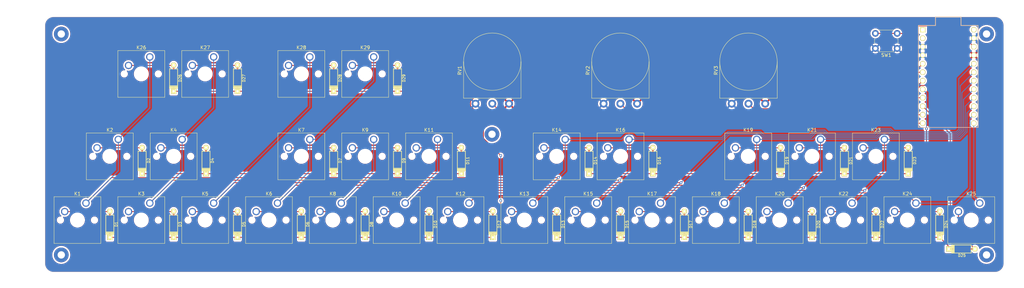
<source format=kicad_pcb>
(kicad_pcb (version 20221018) (generator pcbnew)
  (layers (0 "F.Cu" signal) (31 "B.Cu" signal) (34 "B.Paste" user) (35 "F.Paste" user) (36 "B.SilkS" user "B.Silkscreen") (37 "F.SilkS" user "F.Silkscreen") (38 "B.Mask" user) (39 "F.Mask" user) (44 "Edge.Cuts" user))
  (net 0 "")
  (net 1 "Net-(D1-Pad2)")
  (net 2 "Row2")
  (net 3 "Net-(D2-Pad2)")
  (net 4 "Row1")
  (net 5 "Net-(D3-Pad2)")
  (net 6 "Net-(D4-Pad2)")
  (net 7 "Net-(D5-Pad2)")
  (net 8 "Net-(D6-Pad2)")
  (net 9 "Net-(D7-Pad2)")
  (net 10 "Net-(D8-Pad2)")
  (net 11 "Net-(D9-Pad2)")
  (net 12 "Net-(D10-Pad2)")
  (net 13 "Net-(D11-Pad2)")
  (net 14 "Net-(D12-Pad2)")
  (net 15 "Net-(D13-Pad2)")
  (net 16 "Row4")
  (net 17 "Net-(D14-Pad2)")
  (net 18 "Row3")
  (net 19 "Net-(D15-Pad2)")
  (net 20 "Net-(D16-Pad2)")
  (net 21 "Net-(D17-Pad2)")
  (net 22 "Net-(D18-Pad2)")
  (net 23 "Net-(D19-Pad2)")
  (net 24 "Net-(D20-Pad2)")
  (net 25 "Net-(D21-Pad2)")
  (net 26 "Net-(D22-Pad2)")
  (net 27 "Net-(D23-Pad2)")
  (net 28 "Net-(D24-Pad2)")
  (net 29 "Net-(D25-Pad2)")
  (net 30 "Net-(D26-Pad2)")
  (net 31 "Net-(D27-Pad2)")
  (net 32 "Col1")
  (net 33 "Col2")
  (net 34 "Col3")
  (net 35 "Col4")
  (net 36 "Col5")
  (net 37 "Col6")
  (net 38 "Col7")
  (net 39 "Col8")
  (net 40 "RESET")
  (net 41 "VCC")
  (net 42 "Pot1")
  (net 43 "GND")
  (net 44 "Pot2")
  (net 45 "ModRow")
  (net 46 "Pot3")
  (net 47 "Net-(D28-Pad2)")
  (net 48 "Net-(D29-Pad2)")
  (footprint "keyboard_parts:D_SOD123_axial" (layer "F.Cu") (at 176.022 134.366 90)
    (fp_text reference "D13")
    (fp_text value "D" hide)
  )
  (footprint "Button_Switch_Keyboard:SW_Cherry_MX_1.00u_PCB" (layer "F.Cu") (at 187.96 128.016)
    (fp_text reference "K15")
    (fp_text value "KEYSW")
  )
  (footprint "Potentiometer_THT:Potentiometer_Omeg_PC16BU_Vertical" (layer "F.Cu") (at 161.798 98.298 90)
    (fp_text reference "RV1")
    (fp_text value "R_POT")
  )
  (footprint "Potentiometer_THT:Potentiometer_Omeg_PC16BU_Vertical" (layer "F.Cu") (at 200.025 98.298 90)
    (fp_text reference "RV2")
    (fp_text value "R_POT")
  )
  (footprint "promicro:ProMicro" (layer "F.Cu") (at 292.862 90.17 -90)
    (fp_text reference "U1" hide)
    (fp_text value "ProMicro")
  )
  (footprint "Button_Switch_THT:SW_PUSH_6mm" (layer "F.Cu") (at 277.622 81.788 180)
    (fp_text reference "SW1")
    (fp_text value "SW_PUSH")
  )
  (footprint "MountingHole:MountingHole_2.2mm_M2_Pad" (layer "F.Cu") (at 28.194 77.47)
    (fp_text reference "H1" hide)
    (fp_text value "MountingHole")
  )
  (footprint "MountingHole:MountingHole_2.2mm_M2_Pad" (layer "F.Cu") (at 304.292 77.47)
    (fp_text reference "H2" hide)
    (fp_text value "MountingHole")
  )
  (footprint "MountingHole:MountingHole_2.2mm_M2_Pad" (layer "F.Cu") (at 28.194 143.51)
    (fp_text reference "H3" hide)
    (fp_text value "MountingHole")
  )
  (footprint "MountingHole:MountingHole_2.2mm_M2_Pad" (layer "F.Cu") (at 304.292 143.51)
    (fp_text reference "H4" hide)
    (fp_text value "MountingHole")
  )
  (footprint "MountingHole:MountingHole_2.2mm_M2_Pad" (layer "F.Cu") (at 156.718 107.442)
    (fp_text reference "H5" hide)
    (fp_text value "MountingHole")
  )
  (footprint "keyboard_parts:D_SOD123_axial" (layer "F.Cu") (at 52.324 115.316 90)
    (fp_text reference "D2")
    (fp_text value "D" hide)
  )
  (footprint "keyboard_parts:D_SOD123_axial" (layer "F.Cu") (at 42.672 134.366 90)
    (fp_text reference "D1")
    (fp_text value "D" hide)
  )
  (footprint "keyboard_parts:D_SOD123_axial" (layer "F.Cu") (at 61.722 134.366 90)
    (fp_text reference "D3")
    (fp_text value "D" hide)
  )
  (footprint "Button_Switch_Keyboard:SW_Cherry_MX_1.00u_PCB" (layer "F.Cu") (at 140.462 108.966)
    (fp_text reference "K11")
    (fp_text value "KEYSW")
  )
  (footprint "Button_Switch_Keyboard:SW_Cherry_MX_1.00u_PCB" (layer "F.Cu") (at 121.412 108.966)
    (fp_text reference "K9")
    (fp_text value "KEYSW")
  )
  (footprint "Button_Switch_Keyboard:SW_Cherry_MX_1.00u_PCB" (layer "F.Cu") (at 35.56 128.016)
    (fp_text reference "K1")
    (fp_text value "KEYSW")
  )
  (footprint "Button_Switch_Keyboard:SW_Cherry_MX_1.00u_PCB" (layer "F.Cu") (at 45.212 108.966)
    (fp_text reference "K2")
    (fp_text value "KEYSW")
  )
  (footprint "Button_Switch_Keyboard:SW_Cherry_MX_1.00u_PCB" (layer "F.Cu") (at 92.71 128.016)
    (fp_text reference "K6")
    (fp_text value "KEYSW")
  )
  (footprint "Button_Switch_Keyboard:SW_Cherry_MX_1.00u_PCB" (layer "F.Cu") (at 111.76 128.016)
    (fp_text reference "K8")
    (fp_text value "KEYSW")
  )
  (footprint "keyboard_parts:D_SOD123_axial" (layer "F.Cu") (at 271.272 134.366 90)
    (fp_text reference "D22")
    (fp_text value "D" hide)
  )
  (footprint "Button_Switch_Keyboard:SW_Cherry_MX_1.00u_PCB" (layer "F.Cu") (at 130.81 128.016)
    (fp_text reference "K10")
    (fp_text value "KEYSW")
  )
  (footprint "keyboard_parts:D_SOD123_axial" (layer "F.Cu") (at 280.924 115.316 90)
    (fp_text reference "D23")
    (fp_text value "D" hide)
  )
  (footprint "keyboard_parts:D_SOD123_axial" (layer "F.Cu") (at 290.322 134.366 90)
    (fp_text reference "D24")
    (fp_text value "D" hide)
  )
  (footprint "keyboard_parts:D_SOD123_axial" (layer "F.Cu") (at 80.772 90.678 90)
    (fp_text reference "D27")
    (fp_text value "D" hide)
  )
  (footprint "Button_Switch_Keyboard:SW_Cherry_MX_1.00u_PCB" (layer "F.Cu") (at 73.66 128.016)
    (fp_text reference "K5")
    (fp_text value "KEYSW")
  )
  (footprint "Button_Switch_Keyboard:SW_Cherry_MX_1.00u_PCB" (layer "F.Cu") (at 54.61 128.016)
    (fp_text reference "K3")
    (fp_text value "KEYSW")
  )
  (footprint "Button_Switch_Keyboard:SW_Cherry_MX_1.00u_PCB" (layer "F.Cu") (at 64.262 108.966)
    (fp_text reference "K4")
    (fp_text value "KEYSW")
  )
  (footprint "Button_Switch_Keyboard:SW_Cherry_MX_1.00u_PCB" (layer "F.Cu") (at 102.362 108.966)
    (fp_text reference "K7")
    (fp_text value "KEYSW")
  )
  (footprint "Button_Switch_Keyboard:SW_Cherry_MX_1.00u_PCB" (layer "F.Cu") (at 149.86 128.016)
    (fp_text reference "K12")
    (fp_text value "KEYSW")
  )
  (footprint "keyboard_parts:D_SOD123_axial" (layer "F.Cu") (at 296.926 141.732)
    (fp_text reference "D25")
    (fp_text value "D" hide)
  )
  (footprint "keyboard_parts:D_SOD123_axial" (layer "F.Cu") (at 61.722 90.678 90)
    (fp_text reference "D26")
    (fp_text value "D" hide)
  )
  (footprint "keyboard_parts:D_SOD123_axial" (layer "F.Cu") (at 99.822 134.366 90)
    (fp_text reference "D6")
    (fp_text value "D" hide)
  )
  (footprint "keyboard_parts:D_SOD123_axial" (layer "F.Cu") (at 118.872 134.366 90)
    (fp_text reference "D8")
    (fp_text value "D" hide)
  )
  (footprint "keyboard_parts:D_SOD123_axial" (layer "F.Cu") (at 233.172 134.366 90)
    (fp_text reference "D18")
    (fp_text value "D" hide)
  )
  (footprint "keyboard_parts:D_SOD123_axial" (layer "F.Cu") (at 71.374 115.316 90)
    (fp_text reference "D4")
    (fp_text value "D" hide)
  )
  (footprint "keyboard_parts:D_SOD123_axial" (layer "F.Cu") (at 80.772 134.366 90)
    (fp_text reference "D5")
    (fp_text value "D" hide)
  )
  (footprint "keyboard_parts:D_SOD123_axial" (layer "F.Cu") (at 242.824 115.316 90)
    (fp_text reference "D19")
    (fp_text value "D" hide)
  )
  (footprint "keyboard_parts:D_SOD123_axial" (layer "F.Cu") (at 147.574 115.316 90)
    (fp_text reference "D11")
    (fp_text value "D" hide)
  )
  (footprint "keyboard_parts:D_SOD123_axial" (layer "F.Cu") (at 156.972 134.366 90)
    (fp_text reference "D12")
    (fp_text value "D" hide)
  )
  (footprint "keyboard_parts:D_SOD123_axial" (layer "F.Cu") (at 195.072 134.366 90)
    (fp_text reference "D15")
    (fp_text value "D" hide)
  )
  (footprint "keyboard_parts:D_SOD123_axial" (layer "F.Cu") (at 109.474 115.316 90)
    (fp_text reference "D7")
    (fp_text value "D" hide)
  )
  (footprint "keyboard_parts:D_SOD123_axial" (layer "F.Cu") (at 128.524 115.316 90)
    (fp_text reference "D9")
    (fp_text value "D" hide)
  )
  (footprint "keyboard_parts:D_SOD123_axial" (layer "F.Cu") (at 137.922 134.366 90)
    (fp_text reference "D10")
    (fp_text value "D" hide)
  )
  (footprint "keyboard_parts:D_SOD123_axial" (layer "F.Cu") (at 214.122 134.366 90)
    (fp_text reference "D17")
    (fp_text value "D" hide)
  )
  (footprint "keyboard_parts:D_SOD123_axial" (layer "F.Cu") (at 252.222 134.366 90)
    (fp_text reference "D20")
    (fp_text value "D" hide)
  )
  (footprint "keyboard_parts:D_SOD123_axial" (layer "F.Cu") (at 185.674 115.316 90)
    (fp_text reference "D14")
    (fp_text value "D" hide)
  )
  (footprint "keyboard_parts:D_SOD123_axial" (layer "F.Cu") (at 261.874 115.316 90)
    (fp_text reference "D21")
    (fp_text value "D" hide)
  )
  (footprint "keyboard_parts:D_SOD123_axial" (layer "F.Cu") (at 204.724 115.316 90)
    (fp_text reference "D16")
    (fp_text value "D" hide)
  )
  (footprint "Button_Switch_Keyboard:SW_Cherry_MX_1.00u_PCB" (layer "F.Cu") (at 197.612 108.966)
    (fp_text reference "K16")
    (fp_text value "KEYSW")
  )
  (footprint "Button_Switch_Keyboard:SW_Cherry_MX_1.00u_PCB" (layer "F.Cu") (at 207.01 128.016)
    (fp_text reference "K17")
    (fp_text value "KEYSW")
  )
  (footprint "Button_Switch_Keyboard:SW_Cherry_MX_1.00u_PCB" (layer "F.Cu") (at 73.66 84.328)
    (fp_text reference "K27")
    (fp_text value "KEYSW")
  )
  (footprint "Button_Switch_Keyboard:SW_Cherry_MX_1.00u_PCB" (layer "F.Cu") (at 273.812 108.966)
    (fp_text reference "K23")
    (fp_text value "KEYSW")
  )
  (footprint "Button_Switch_Keyboard:SW_Cherry_MX_1.00u_PCB" (layer "F.Cu") (at 226.06 128.016)
    (fp_text reference "K18")
    (fp_text value "KEYSW")
  )
  (footprint "Button_Switch_Keyboard:SW_Cherry_MX_1.00u_PCB" (layer "F.Cu") (at 235.712 108.966)
    (fp_text reference "K19")
    (fp_text value "KEYSW")
  )
  (footprint "Button_Switch_Keyboard:SW_Cherry_MX_1.00u_PCB" (layer "F.Cu") (at 264.16 128.016)
    (fp_text reference "K22")
    (fp_text value "KEYSW")
  )
  (footprint "Button_Switch_Keyboard:SW_Cherry_MX_1.00u_PCB" (layer "F.Cu") (at 283.21 128.016)
    (fp_text reference "K24")
    (fp_text value "KEYSW")
  )
  (footprint "Button_Switch_Keyboard:SW_Cherry_MX_1.00u_PCB" (layer "F.Cu") (at 245.11 128.016)
    (fp_text reference "K20")
    (fp_text value "KEYSW")
  )
  (footprint "Button_Switch_Keyboard:SW_Cherry_MX_1.00u_PCB" (layer "F.Cu") (at 302.26 128.016)
    (fp_text reference "K25")
    (fp_text value "KEYSW")
  )
  (footprint "Button_Switch_Keyboard:SW_Cherry_MX_1.00u_PCB" (layer "F.Cu") (at 54.61 84.328)
    (fp_text reference "K26")
    (fp_text value "KEYSW")
  )
  (footprint "Button_Switch_Keyboard:SW_Cherry_MX_1.00u_PCB" (layer "F.Cu") (at 254.762 108.966)
    (fp_text reference "K21")
    (fp_text value "KEYSW")
  )
  (footprint "Button_Switch_Keyboard:SW_Cherry_MX_1.00u_PCB" (layer "F.Cu") (at 168.91 128.016)
    (fp_text reference "K13")
    (fp_text value "KEYSW")
  )
  (footprint "Button_Switch_Keyboard:SW_Cherry_MX_1.00u_PCB" (layer "F.Cu") (at 178.562 108.966)
    (fp_text reference "K14")
    (fp_text value "KEYSW")
  )
  (footprint "Potentiometer_THT:Potentiometer_Omeg_PC16BU_Vertical" (layer "F.Cu") (at 238.252 98.298 90)
    (fp_text reference "RV3")
    (fp_text value "R_POT")
  )
  (footprint "keyboard_parts:D_SOD123_axial" (layer "F.Cu") (at 109.474 90.678 90)
    (fp_text reference "D28")
    (fp_text value "D" hide)
  )
  (footprint "keyboard_parts:D_SOD123_axial" (layer "F.Cu") (at 128.524 90.678 90)
    (fp_text reference "D29")
    (fp_text value "D" hide)
  )
  (footprint "Button_Switch_Keyboard:SW_Cherry_MX_1.00u_PCB" (layer "F.Cu") (at 102.362 84.328)
    (fp_text reference "K28")
    (fp_text value "KEYSW")
  )
  (footprint "Button_Switch_Keyboard:SW_Cherry_MX_1.00u_PCB" (layer "F.Cu") (at 121.412 84.328)
    (fp_text reference "K29")
    (fp_text value "KEYSW")
  )
  (gr_line (start 306.832 72.39) (end 25.908 72.39) (stroke (width 0.05)) (layer "Edge.Cuts"))
  (gr_line (start 23.368 74.93) (end 23.368 146.05) (stroke (width 0.05)) (layer "Edge.Cuts"))
  (gr_line (start 309.372 146.05) (end 309.372 74.93) (stroke (width 0.05)) (layer "Edge.Cuts"))
  (gr_arc (start 25.908 148.59) (mid 24.111949 147.846051) (end 23.368 146.05) (stroke (width 0.05)) (layer "Edge.Cuts"))
  (gr_arc (start 306.832 72.39) (mid 308.628051 73.133949) (end 309.372 74.93) (stroke (width 0.05)) (layer "Edge.Cuts"))
  (gr_line (start 25.908 148.59) (end 306.832 148.59) (stroke (width 0.05)) (layer "Edge.Cuts"))
  (gr_arc (start 309.372 146.05) (mid 308.628051 147.846051) (end 306.832 148.59) (stroke (width 0.05)) (layer "Edge.Cuts"))
  (gr_arc (start 23.368 74.93) (mid 24.111949 73.133949) (end 25.908 72.39) (stroke (width 0.05)) (layer "Edge.Cuts"))
  (segment (start 42.582 130.556) (end 42.672 130.466) (width 0.25) (layer "F.Cu") (net 1))
  (segment (start 29.21 130.556) (end 42.582 130.556) (width 0.25) (layer "F.Cu") (net 1))
  (segment (start 159.330998 113.792) (end 159.330998 113.792) (width 0.25) (layer "F.Cu") (net 2))
  (segment (start 281.20398 95.47802) (end 152.405378 95.47802) (width 0.25) (layer "F.Cu") (net 2))
  (segment (start 154.178 102.87) (end 154.178 108.639002) (width 0.25) (layer "F.Cu") (net 2))
  (segment (start 150.302999 97.580399) (end 150.302999 98.994999) (width 0.25) (layer "F.Cu") (net 2))
  (segment (start 42.672 138.266) (end 156.972 138.266) (width 0.25) (layer "F.Cu") (net 2))
  (segment (start 152.405378 95.47802) (end 150.302999 97.580399) (width 0.25) (layer "F.Cu") (net 2))
  (segment (start 150.302999 98.994999) (end 154.178 102.87) (width 0.25) (layer "F.Cu") (net 2))
  (segment (start 285.242 91.44) (end 281.20398 95.47802) (width 0.25) (layer "F.Cu") (net 2))
  (segment (start 159.330998 127.326998) (end 159.330998 135.907002) (width 0.25) (layer "F.Cu") (net 2))
  (segment (start 159.330998 135.907002) (end 156.972 138.266) (width 0.25) (layer "F.Cu") (net 2))
  (segment (start 154.178 108.639002) (end 159.330998 113.792) (width 0.25) (layer "F.Cu") (net 2))
  (via (at 159.330998 113.792) (size 0.8) (drill 0.4) (layers "F.Cu" "B.Cu") (net 2))
  (via (at 159.330998 127.326998) (size 0.8) (drill 0.4) (layers "F.Cu" "B.Cu") (net 2))
  (segment (start 159.330998 127.326998) (end 159.330998 127.326998) (width 0.25) (layer "B.Cu") (net 2))
  (segment (start 159.330998 113.792) (end 159.330998 127.326998) (width 0.25) (layer "B.Cu") (net 2))
  (segment (start 52.234 111.506) (end 52.324 111.416) (width 0.25) (layer "F.Cu") (net 3))
  (segment (start 38.862 111.506) (end 52.234 111.506) (width 0.25) (layer "F.Cu") (net 3))
  (segment (start 109.474 119.216) (end 128.524 119.216) (width 0.25) (layer "F.Cu") (net 4))
  (segment (start 128.524 119.216) (end 147.574 119.216) (width 0.25) (layer "F.Cu") (net 4))
  (segment (start 52.324 119.216) (end 71.374 119.216) (width 0.25) (layer "F.Cu") (net 4))
  (segment (start 71.374 119.216) (end 109.474 119.216) (width 0.25) (layer "F.Cu") (net 4))
  (segment (start 153.72799 103.0564) (end 153.72799 113.06201) (width 0.25) (layer "F.Cu") (net 4))
  (segment (start 149.852989 97.393999) (end 149.85299 99.1814) (width 0.25) (layer "F.Cu") (net 4))
  (segment (start 152.218977 95.028011) (end 149.852989 97.393999) (width 0.25) (layer "F.Cu") (net 4))
  (segment (start 277.98262 95.02801) (end 152.218977 95.028011) (width 0.25) (layer "F.Cu") (net 4))
  (segment (start 285.242 88.9) (end 284.11063 88.9) (width 0.25) (layer "F.Cu") (net 4))
  (segment (start 153.72799 113.06201) (end 147.574 119.216) (width 0.25) (layer "F.Cu") (net 4))
  (segment (start 149.85299 99.1814) (end 153.72799 103.0564) (width 0.25) (layer "F.Cu") (net 4))
  (segment (start 284.11063 88.9) (end 277.98262 95.02801) (width 0.25) (layer "F.Cu") (net 4))
  (segment (start 61.632 130.556) (end 61.722 130.466) (width 0.25) (layer "F.Cu") (net 5))
  (segment (start 48.26 130.556) (end 61.632 130.556) (width 0.25) (layer "F.Cu") (net 5))
  (segment (start 71.284 111.506) (end 71.374 111.416) (width 0.25) (layer "F.Cu") (net 6))
  (segment (start 57.912 111.506) (end 71.284 111.506) (width 0.25) (layer "F.Cu") (net 6))
  (segment (start 67.31 130.556) (end 80.682 130.556) (width 0.25) (layer "F.Cu") (net 7))
  (segment (start 80.682 130.556) (end 80.772 130.466) (width 0.25) (layer "F.Cu") (net 7))
  (segment (start 99.732 130.556) (end 99.822 130.466) (width 0.25) (layer "F.Cu") (net 8))
  (segment (start 86.36 130.556) (end 99.732 130.556) (width 0.25) (layer "F.Cu") (net 8))
  (segment (start 109.384 111.506) (end 109.474 111.416) (width 0.25) (layer "F.Cu") (net 9))
  (segment (start 96.012 111.506) (end 109.384 111.506) (width 0.25) (layer "F.Cu") (net 9))
  (segment (start 105.41 130.556) (end 118.782 130.556) (width 0.25) (layer "F.Cu") (net 10))
  (segment (start 118.782 130.556) (end 118.872 130.466) (width 0.25) (layer "F.Cu") (net 10))
  (segment (start 115.062 111.506) (end 128.434 111.506) (width 0.25) (layer "F.Cu") (net 11))
  (segment (start 128.434 111.506) (end 128.524 111.416) (width 0.25) (layer "F.Cu") (net 11))
  (segment (start 137.832 130.556) (end 137.922 130.466) (width 0.25) (layer "F.Cu") (net 12))
  (segment (start 124.46 130.556) (end 137.832 130.556) (width 0.25) (layer "F.Cu") (net 12))
  (segment (start 134.112 111.506) (end 147.484 111.506) (width 0.25) (layer "F.Cu") (net 13))
  (segment (start 147.484 111.506) (end 147.574 111.416) (width 0.25) (layer "F.Cu") (net 13))
  (segment (start 143.51 130.556) (end 156.882 130.556) (width 0.25) (layer "F.Cu") (net 14))
  (segment (start 156.882 130.556) (end 156.972 130.466) (width 0.25) (layer "F.Cu") (net 14))
  (segment (start 162.56 130.556) (end 175.932 130.556) (width 0.25) (layer "F.Cu") (net 15))
  (segment (start 175.932 130.556) (end 176.022 130.466) (width 0.25) (layer "F.Cu") (net 15))
  (segment (start 293.464999 107.282999) (end 293.464999 135.123001) (width 0.25) (layer "F.Cu") (net 16))
  (segment (start 195.072 138.266) (end 176.022 138.266) (width 0.25) (layer "F.Cu") (net 16))
  (segment (start 271.272 138.266) (end 252.222 138.266) (width 0.25) (layer "F.Cu") (net 16))
  (segment (start 214.122 138.266) (end 195.072 138.266) (width 0.25) (layer "F.Cu") (net 16))
  (segment (start 252.222 138.266) (end 233.172 138.266) (width 0.25) (layer "F.Cu") (net 16))
  (segment (start 293.026 140.97) (end 290.322 138.266) (width 0.25) (layer "F.Cu") (net 16))
  (segment (start 233.172 138.266) (end 214.122 138.266) (width 0.25) (layer "F.Cu") (net 16))
  (segment (start 293.026 141.732) (end 293.026 140.97) (width 0.25) (layer "F.Cu") (net 16))
  (segment (start 290.322 138.266) (end 271.272 138.266) (width 0.25) (layer "F.Cu") (net 16))
  (segment (start 285.242 99.06) (end 293.464999 107.282999) (width 0.25) (layer "F.Cu") (net 16))
  (segment (start 293.464999 135.123001) (end 290.322 138.266) (width 0.25) (layer "F.Cu") (net 16))
  (segment (start 185.584 111.506) (end 185.674 111.416) (width 0.25) (layer "F.Cu") (net 17))
  (segment (start 172.212 111.506) (end 185.584 111.506) (width 0.25) (layer "F.Cu") (net 17))
  (segment (start 286.367001 105.808999) (end 286.367001 113.772999) (width 0.25) (layer "F.Cu") (net 18))
  (segment (start 185.674 119.216) (end 280.924 119.216) (width 0.25) (layer "F.Cu") (net 18))
  (segment (start 286.367001 113.772999) (end 280.924 119.216) (width 0.25) (layer "F.Cu") (net 18))
  (via (at 286.367001 105.808999) (size 0.8) (drill 0.4) (layers "F.Cu" "B.Cu") (net 18))
  (segment (start 286.367001 105.808999) (end 286.367001 105.808999) (width 0.25) (layer "B.Cu") (net 18))
  (segment (start 285.242 93.98) (end 286.367001 95.105001) (width 0.25) (layer "B.Cu") (net 18))
  (segment (start 286.367001 95.105001) (end 286.367001 105.808999) (width 0.25) (layer "B.Cu") (net 18))
  (segment (start 194.982 130.556) (end 195.072 130.466) (width 0.25) (layer "F.Cu") (net 19))
  (segment (start 181.61 130.556) (end 194.982 130.556) (width 0.25) (layer "F.Cu") (net 19))
  (segment (start 204.634 111.506) (end 204.724 111.416) (width 0.25) (layer "F.Cu") (net 20))
  (segment (start 191.262 111.506) (end 204.634 111.506) (width 0.25) (layer "F.Cu") (net 20))
  (segment (start 214.032 130.556) (end 214.122 130.466) (width 0.25) (layer "F.Cu") (net 21))
  (segment (start 200.66 130.556) (end 214.032 130.556) (width 0.25) (layer "F.Cu") (net 21))
  (segment (start 233.082 130.556) (end 233.172 130.466) (width 0.25) (layer "F.Cu") (net 22))
  (segment (start 219.71 130.556) (end 233.082 130.556) (width 0.25) (layer "F.Cu") (net 22))
  (segment (start 229.362 111.506) (end 242.734 111.506) (width 0.25) (layer "F.Cu") (net 23))
  (segment (start 242.734 111.506) (end 242.824 111.416) (width 0.25) (layer "F.Cu") (net 23))
  (segment (start 252.132 130.556) (end 252.222 130.466) (width 0.25) (layer "F.Cu") (net 24))
  (segment (start 238.76 130.556) (end 252.132 130.556) (width 0.25) (layer "F.Cu") (net 24))
  (segment (start 248.412 111.506) (end 261.784 111.506) (width 0.25) (layer "F.Cu") (net 25))
  (segment (start 261.784 111.506) (end 261.874 111.416) (width 0.25) (layer "F.Cu") (net 25))
  (segment (start 271.182 130.556) (end 271.272 130.466) (width 0.25) (layer "F.Cu") (net 26))
  (segment (start 257.81 130.556) (end 271.182 130.556) (width 0.25) (layer "F.Cu") (net 26))
  (segment (start 267.462 111.506) (end 280.834 111.506) (width 0.25) (layer "F.Cu") (net 27))
  (segment (start 280.834 111.506) (end 280.924 111.416) (width 0.25) (layer "F.Cu") (net 27))
  (segment (start 276.86 130.556) (end 290.232 130.556) (width 0.25) (layer "F.Cu") (net 28))
  (segment (start 290.232 130.556) (end 290.322 130.466) (width 0.25) (layer "F.Cu") (net 28))
  (segment (start 295.91 136.816) (end 295.91 136.054) (width 0.25) (layer "F.Cu") (net 29))
  (segment (start 295.91 136.054) (end 295.91 130.556) (width 0.25) (layer "F.Cu") (net 29))
  (segment (start 300.826 141.732) (end 295.91 136.816) (width 0.25) (layer "F.Cu") (net 29))
  (segment (start 48.26 86.868) (end 61.632 86.868) (width 0.25) (layer "F.Cu") (net 30))
  (segment (start 61.632 86.868) (end 61.722 86.778) (width 0.25) (layer "F.Cu") (net 30))
  (segment (start 67.31 86.868) (end 80.682 86.868) (width 0.25) (layer "F.Cu") (net 31))
  (segment (start 80.682 86.868) (end 80.772 86.778) (width 0.25) (layer "F.Cu") (net 31))
  (segment (start 176.53 120.396) (end 176.53 120.396) (width 0.25) (layer "F.Cu") (net 32))
  (segment (start 176.276 120.396) (end 176.53 120.396) (width 0.25) (layer "F.Cu") (net 32))
  (segment (start 43.18 120.396) (end 176.276 120.396) (width 0.25) (layer "F.Cu") (net 32))
  (segment (start 35.56 128.016) (end 43.18 120.396) (width 0.25) (layer "F.Cu") (net 32))
  (via (at 176.53 120.396) (size 0.8) (drill 0.4) (layers "F.Cu" "B.Cu") (net 32))
  (segment (start 300.482 86.36) (end 295.995575 90.846425) (width 0.25) (layer "B.Cu") (net 32))
  (segment (start 295.23482 106.71595) (end 276.647586 106.71595) (width 0.25) (layer "B.Cu") (net 32))
  (segment (start 272.082628 105.740962) (end 270.71562 107.10797) (width 0.25) (layer "B.Cu") (net 32))
  (segment (start 45.212 108.966) (end 54.61 99.568) (width 0.25) (layer "B.Cu") (net 32))
  (segment (start 45.212 118.364) (end 45.212 108.966) (width 0.25) (layer "B.Cu") (net 32))
  (segment (start 168.91 128.016) (end 178.562 118.364) (width 0.25) (layer "B.Cu") (net 32))
  (segment (start 195.326 108.966) (end 178.562 108.966) (width 0.25) (layer "B.Cu") (net 32))
  (segment (start 276.647586 106.71595) (end 275.672597 105.740961) (width 0.25) (layer "B.Cu") (net 32))
  (segment (start 225.23719 108.51599) (end 199.644 108.51599) (width 0.25) (layer "B.Cu") (net 32))
  (segment (start 237.8628 107.61597) (end 236.887808 106.64098) (width 0.25) (layer "B.Cu") (net 32))
  (segment (start 178.562 118.364) (end 178.562 108.966) (width 0.25) (layer "B.Cu") (net 32))
  (segment (start 295.995575 90.846425) (end 295.995575 105.955195) (width 0.25) (layer "B.Cu") (net 32))
  (segment (start 54.61 99.568) (end 54.61 84.328) (width 0.25) (layer "B.Cu") (net 32))
  (segment (start 275.672597 105.740961) (end 272.082628 105.740962) (width 0.25) (layer "B.Cu") (net 32))
  (segment (start 198.669009 107.540999) (end 196.751001 107.540999) (width 0.25) (layer "B.Cu") (net 32))
  (segment (start 199.644 108.51599) (end 198.669009 107.540999) (width 0.25) (layer "B.Cu") (net 32))
  (segment (start 295.995575 105.955195) (end 295.23482 106.71595) (width 0.25) (layer "B.Cu") (net 32))
  (segment (start 270.71562 107.10797) (end 256.922202 107.10797) (width 0.25) (layer "B.Cu") (net 32))
  (segment (start 35.56 128.016) (end 45.212 118.364) (width 0.25) (layer "B.Cu") (net 32))
  (segment (start 251.53721 107.61597) (end 237.8628 107.61597) (width 0.25) (layer "B.Cu") (net 32))
  (segment (start 256.005201 106.190971) (end 252.962208 106.190972) (width 0.25) (layer "B.Cu") (net 32))
  (segment (start 236.887808 106.64098) (end 227.112199 106.640981) (width 0.25) (layer "B.Cu") (net 32))
  (segment (start 196.751001 107.540999) (end 195.326 108.966) (width 0.25) (layer "B.Cu") (net 32))
  (segment (start 256.922202 107.10797) (end 256.005201 106.190971) (width 0.25) (layer "B.Cu") (net 32))
  (segment (start 252.962208 106.190972) (end 251.53721 107.61597) (width 0.25) (layer "B.Cu") (net 32))
  (segment (start 227.112199 106.640981) (end 225.23719 108.51599) (width 0.25) (layer "B.Cu") (net 32))
  (segment (start 194.818 121.158) (end 194.818 121.158) (width 0.25) (layer "F.Cu") (net 33))
  (segment (start 61.468 121.158) (end 194.818 121.158) (width 0.25) (layer "F.Cu") (net 33))
  (segment (start 54.61 128.016) (end 60.706 121.92) (width 0.25) (layer "F.Cu") (net 33))
  (segment (start 60.706 121.92) (end 61.468 121.158) (width 0.25) (layer "F.Cu") (net 33))
  (via (at 194.818 121.158) (size 0.8) (drill 0.4) (layers "F.Cu" "B.Cu") (net 33))
  (segment (start 256.735802 107.55798) (end 255.818802 106.64098) (width 0.25) (layer "B.Cu") (net 33))
  (segment (start 296.445585 106.141595) (end 295.42122 107.16596) (width 0.25) (layer "B.Cu") (net 33))
  (segment (start 225.42359 108.966) (end 197.612 108.966) (width 0.25) (layer "B.Cu") (net 33))
  (segment (start 236.701409 107.090989) (end 227.2986 107.09099) (width 0.25) (layer "B.Cu") (net 33))
  (segment (start 237.6764 108.06598) (end 236.701409 107.090989) (width 0.25) (layer "B.Cu") (net 33))
  (segment (start 73.66 99.568) (end 73.66 84.328) (width 0.25) (layer "B.Cu") (net 33))
  (segment (start 187.96 128.016) (end 197.612 118.364) (width 0.25) (layer "B.Cu") (net 33))
  (segment (start 227.2986 107.09099) (end 225.42359 108.966) (width 0.25) (layer "B.Cu") (net 33))
  (segment (start 300.482 88.9) (end 296.445585 92.936415) (width 0.25) (layer "B.Cu") (net 33))
  (segment (start 255.818802 106.64098) (end 253.148609 106.640981) (width 0.25) (layer "B.Cu") (net 33))
  (segment (start 295.42122 107.16596) (end 276.461188 107.16596) (width 0.25) (layer "B.Cu") (net 33))
  (segment (start 296.445585 92.936415) (end 296.445585 106.141595) (width 0.25) (layer "B.Cu") (net 33))
  (segment (start 276.461188 107.16596) (end 275.486197 106.190971) (width 0.25) (layer "B.Cu") (net 33))
  (segment (start 272.269029 106.190971) (end 270.90202 107.55798) (width 0.25) (layer "B.Cu") (net 33))
  (segment (start 54.61 128.016) (end 64.262 118.364) (width 0.25) (layer "B.Cu") (net 33))
  (segment (start 253.148609 106.640981) (end 251.72361 108.06598) (width 0.25) (layer "B.Cu") (net 33))
  (segment (start 197.612 118.364) (end 197.612 108.966) (width 0.25) (layer "B.Cu") (net 33))
  (segment (start 64.262 118.364) (end 64.262 108.966) (width 0.25) (layer "B.Cu") (net 33))
  (segment (start 270.90202 107.55798) (end 256.735802 107.55798) (width 0.25) (layer "B.Cu") (net 33))
  (segment (start 251.72361 108.06598) (end 237.6764 108.06598) (width 0.25) (layer "B.Cu") (net 33))
  (segment (start 275.486197 106.190971) (end 272.269029 106.190971) (width 0.25) (layer "B.Cu") (net 33))
  (segment (start 64.262 108.966) (end 73.66 99.568) (width 0.25) (layer "B.Cu") (net 33))
  (segment (start 79.756 121.92) (end 79.502 122.174) (width 0.25) (layer "F.Cu") (net 34))
  (segment (start 79.756 121.92) (end 213.106 121.92) (width 0.25) (layer "F.Cu") (net 34))
  (segment (start 73.66 128.016) (end 79.502 122.174) (width 0.25) (layer "F.Cu") (net 34))
  (via (at 213.106 121.92) (size 0.8) (drill 0.4) (layers "F.Cu" "B.Cu") (net 34))
  (segment (start 251.91001 108.51599) (end 237.49 108.51599) (width 0.25) (layer "B.Cu") (net 34))
  (segment (start 227.485001 107.540999) (end 207.01 128.016) (width 0.25) (layer "B.Cu") (net 34))
  (segment (start 102.362 99.314) (end 102.362 84.328) (width 0.25) (layer "B.Cu") (net 34))
  (segment (start 271.21119 108.00799) (end 256.549402 108.00799) (width 0.25) (layer "B.Cu") (net 34))
  (segment (start 296.926 94.996) (end 296.926 106.29759) (width 0.25) (layer "B.Cu") (net 34))
  (segment (start 276.27479 107.61597) (end 275.299798 106.64098) (width 0.25) (layer "B.Cu") (net 34))
  (segment (start 253.33501 107.09099) (end 251.91001 108.51599) (width 0.25) (layer "B.Cu") (net 34))
  (segment (start 272.578199 106.640981) (end 271.21119 108.00799) (width 0.25) (layer "B.Cu") (net 34))
  (segment (start 256.549402 108.00799) (end 255.632402 107.09099) (width 0.25) (layer "B.Cu") (net 34))
  (segment (start 236.515009 107.540999) (end 227.485001 107.540999) (width 0.25) (layer "B.Cu") (net 34))
  (segment (start 275.299798 106.64098) (end 272.578199 106.640981) (width 0.25) (layer "B.Cu") (net 34))
  (segment (start 237.49 108.51599) (end 236.515009 107.540999) (width 0.25) (layer "B.Cu") (net 34))
  (segment (start 296.926 106.29759) (end 295.60762 107.61597) (width 0.25) (layer "B.Cu") (net 34))
  (segment (start 300.482 91.44) (end 296.926 94.996) (width 0.25) (layer "B.Cu") (net 34))
  (segment (start 255.632402 107.09099) (end 253.33501 107.09099) (width 0.25) (layer "B.Cu") (net 34))
  (segment (start 73.66 128.016) (end 102.362 99.314) (width 0.25) (layer "B.Cu") (net 34))
  (segment (start 295.60762 107.61597) (end 276.27479 107.61597) (width 0.25) (layer "B.Cu") (net 34))
  (segment (start 231.394 122.682) (end 231.394 122.682) (width 0.25) (layer "F.Cu") (net 35))
  (segment (start 92.71 128.016) (end 98.044 122.682) (width 0.25) (layer "F.Cu") (net 35))
  (segment (start 98.552 122.682) (end 98.044 122.682) (width 0.25) (layer "F.Cu") (net 35))
  (segment (start 98.552 122.682) (end 231.394 122.682) (width 0.25) (layer "F.Cu") (net 35))
  (via (at 231.394 122.682) (size 0.8) (drill 0.4) (layers "F.Cu" "B.Cu") (net 35))
  (segment (start 272.7646 107.09099) (end 271.39759 108.458) (width 0.25) (layer "B.Cu") (net 35))
  (segment (start 253.901001 107.540999) (end 252.476 108.966) (width 0.25) (layer "B.Cu") (net 35))
  (segment (start 121.412 91.471634) (end 121.412 84.328) (width 0.25) (layer "B.Cu") (net 35))
  (segment (start 275.113399 107.090989) (end 272.7646 107.09099) (width 0.25) (layer "B.Cu") (net 35))
  (segment (start 255.446001 107.540999) (end 253.901001 107.540999) (width 0.25) (layer "B.Cu") (net 35))
  (segment (start 256.286 108.380998) (end 255.446001 107.540999) (width 0.25) (layer "B.Cu") (net 35))
  (segment (start 256.286 108.458) (end 256.286 108.380998) (width 0.25) (layer "B.Cu") (net 35))
  (segment (start 297.434 106.426) (end 295.79402 108.06598) (width 0.25) (layer "B.Cu") (net 35))
  (segment (start 252.476 108.966) (end 235.712 108.966) (width 0.25) (layer "B.Cu") (net 35))
  (segment (start 92.71 128.016) (end 102.362 118.364) (width 0.25) (layer "B.Cu") (net 35))
  (segment (start 235.712 118.364) (end 235.712 108.966) (width 0.25) (layer "B.Cu") (net 35))
  (segment (start 276.08839 108.06598) (end 275.113399 107.090989) (width 0.25) (layer "B.Cu") (net 35))
  (segment (start 295.79402 108.06598) (end 276.08839 108.06598) (width 0.25) (layer "B.Cu") (net 35))
  (segment (start 102.362 108.966) (end 103.917634 108.966) (width 0.25) (layer "B.Cu") (net 35))
  (segment (start 226.06 128.016) (end 235.712 118.364) (width 0.25) (layer "B.Cu") (net 35))
  (segment (start 102.362 118.364) (end 102.362 108.966) (width 0.25) (layer "B.Cu") (net 35))
  (segment (start 271.39759 108.458) (end 256.286 108.458) (width 0.25) (layer "B.Cu") (net 35))
  (segment (start 300.482 93.98) (end 297.434 97.028) (width 0.25) (layer "B.Cu") (net 35))
  (segment (start 297.434 97.028) (end 297.434 106.426) (width 0.25) (layer "B.Cu") (net 35))
  (segment (start 103.917634 108.966) (end 121.412 91.471634) (width 0.25) (layer "B.Cu") (net 35))
  (segment (start 111.76 128.016) (end 116.332 123.444) (width 0.25) (layer "F.Cu") (net 36))
  (segment (start 116.368999 123.407001) (end 116.332 123.444) (width 0.25) (layer "F.Cu") (net 36))
  (segment (start 249.718999 123.407001) (end 116.368999 123.407001) (width 0.25) (layer "F.Cu") (net 36))
  (via (at 249.682 123.444) (size 0.8) (drill 0.4) (layers "F.Cu" "B.Cu") (net 36))
  (segment (start 249.682 123.444) (end 254.762 118.364) (width 0.25) (layer "B.Cu") (net 36))
  (segment (start 272.951001 107.540999) (end 271.526 108.966) (width 0.25) (layer "B.Cu") (net 36))
  (segment (start 296.10601 108.51599) (end 275.90199 108.51599) (width 0.25) (layer "B.Cu") (net 36))
  (segment (start 121.412 118.364) (end 121.412 108.966) (width 0.25) (layer "B.Cu") (net 36))
  (segment (start 297.942 106.68) (end 296.10601 108.51599) (width 0.25) (layer "B.Cu") (net 36))
  (segment (start 111.76 128.016) (end 121.412 118.364) (width 0.25) (layer "B.Cu") (net 36))
  (segment (start 271.526 108.966) (end 254.762 108.966) (width 0.25) (layer "B.Cu") (net 36))
  (segment (start 254.762 118.364) (end 254.762 108.966) (width 0.25) (layer "B.Cu") (net 36))
  (segment (start 274.926999 107.540999) (end 272.951001 107.540999) (width 0.25) (layer "B.Cu") (net 36))
  (segment (start 297.942 99.06) (end 297.942 106.68) (width 0.25) (layer "B.Cu") (net 36))
  (segment (start 275.90199 108.51599) (end 274.926999 107.540999) (width 0.25) (layer "B.Cu") (net 36))
  (segment (start 245.11 128.016) (end 249.682 123.444) (width 0.25) (layer "B.Cu") (net 36))
  (segment (start 300.482 96.52) (end 297.942 99.06) (width 0.25) (layer "B.Cu") (net 36))
  (segment (start 136.144 124.206) (end 267.716 124.206) (width 0.25) (layer "F.Cu") (net 37))
  (segment (start 130.81 128.016) (end 134.62 124.206) (width 0.25) (layer "F.Cu") (net 37))
  (segment (start 136.144 124.206) (end 134.62 124.206) (width 0.25) (layer "F.Cu") (net 37))
  (via (at 267.97 124.206) (size 0.8) (drill 0.4) (layers "F.Cu" "B.Cu") (net 37))
  (segment (start 264.16 128.016) (end 273.812 118.364) (width 0.25) (layer "B.Cu") (net 37))
  (segment (start 300.482 99.06) (end 298.45 101.092) (width 0.25) (layer "B.Cu") (net 37))
  (segment (start 273.812 118.364) (end 273.812 108.966) (width 0.25) (layer "B.Cu") (net 37))
  (segment (start 298.45 101.092) (end 298.45 106.80841) (width 0.25) (layer "B.Cu") (net 37))
  (segment (start 130.81 128.016) (end 140.462 118.364) (width 0.25) (layer "B.Cu") (net 37))
  (segment (start 296.29241 108.966) (end 273.812 108.966) (width 0.25) (layer "B.Cu") (net 37))
  (segment (start 298.45 106.80841) (end 296.29241 108.966) (width 0.25) (layer "B.Cu") (net 37))
  (segment (start 140.462 118.364) (end 140.462 108.966) (width 0.25) (layer "B.Cu") (net 37))
  (segment (start 149.86 128.016) (end 152.908 124.968) (width 0.25) (layer "F.Cu") (net 38))
  (segment (start 283.21 128.016) (end 280.162 124.968) (width 0.25) (layer "F.Cu") (net 38))
  (segment (start 280.162 124.968) (end 153.162 124.968) (width 0.25) (layer "F.Cu") (net 38))
  (segment (start 153.162 124.968) (end 152.908 124.968) (width 0.25) (layer "F.Cu") (net 38))
  (segment (start 299.356999 123.588999) (end 294.929998 128.016) (width 0.25) (layer "B.Cu") (net 38))
  (segment (start 300.482 101.6) (end 299.356999 102.725001) (width 0.25) (layer "B.Cu") (net 38))
  (segment (start 299.356999 102.725001) (end 299.356999 123.588999) (width 0.25) (layer "B.Cu") (net 38))
  (segment (start 294.929998 128.016) (end 283.21 128.016) (width 0.25) (layer "B.Cu") (net 38))
  (segment (start 300.482 126.238) (end 302.26 128.016) (width 0.25) (layer "B.Cu") (net 39))
  (segment (start 300.482 104.14) (end 300.482 126.238) (width 0.25) (layer "B.Cu") (net 39))
  (segment (start 271.122 77.288) (end 277.622 77.288) (width 0.25) (layer "F.Cu") (net 40))
  (segment (start 294.276999 75.074999) (end 300.482 81.28) (width 0.25) (layer "F.Cu") (net 40))
  (segment (start 277.659001 77.325001) (end 281.068999 77.325001) (width 0.25) (layer "F.Cu") (net 40))
  (segment (start 283.319001 75.074999) (end 294.276999 75.074999) (width 0.25) (layer "F.Cu") (net 40))
  (segment (start 277.622 77.288) (end 277.659001 77.325001) (width 0.25) (layer "F.Cu") (net 40))
  (segment (start 281.068999 77.325001) (end 283.319001 75.074999) (width 0.25) (layer "F.Cu") (net 40))
  (segment (start 300.482 83.82) (end 291.447001 92.854999) (width 0.25) (layer "F.Cu") (net 41))
  (segment (start 281.487008 96.06999) (end 276.80201 96.06999) (width 0.25) (layer "F.Cu") (net 41))
  (segment (start 291.447001 92.854999) (end 284.701999 92.854999) (width 0.25) (layer "F.Cu") (net 41))
  (segment (start 284.701999 92.854999) (end 281.487008 96.06999) (width 0.25) (layer "F.Cu") (net 41))
  (segment (start 276.80201 96.06999) (end 276.352 96.52) (width 0.25) (layer "F.Cu") (net 41))
  (segment (start 156.798 98.298) (end 159.202716 100.702716) (width 0.25) (layer "F.Cu") (net 42))
  (segment (start 159.202716 100.702716) (end 274.056306 100.702716) (width 0.25) (layer "F.Cu") (net 42))
  (segment (start 274.056306 100.702716) (end 277.49359 104.14) (width 0.25) (layer "F.Cu") (net 42))
  (segment (start 277.49359 104.14) (end 285.242 104.14) (width 0.25) (layer "F.Cu") (net 42))
  (segment (start 274.233011 100.243011) (end 275.59 101.6) (width 0.25) (layer "F.Cu") (net 44))
  (segment (start 195.025 98.298) (end 196.970011 100.243011) (width 0.25) (layer "F.Cu") (net 44))
  (segment (start 196.970011 100.243011) (end 274.233011 100.243011) (width 0.25) (layer "F.Cu") (net 44))
  (segment (start 275.59 101.6) (end 285.242 101.6) (width 0.25) (layer "F.Cu") (net 44))
  (segment (start 109.474 94.578) (end 128.524 94.578) (width 0.25) (layer "F.Cu") (net 45))
  (segment (start 61.722 94.578) (end 80.772 94.578) (width 0.25) (layer "F.Cu") (net 45))
  (segment (start 277.024 94.578) (end 285.242 86.36) (width 0.25) (layer "F.Cu") (net 45))
  (segment (start 128.524 94.578) (end 277.024 94.578) (width 0.25) (layer "F.Cu") (net 45))
  (segment (start 80.772 94.578) (end 109.474 94.578) (width 0.25) (layer "F.Cu") (net 45))
  (segment (start 234.747001 99.793001) (end 274.348999 99.793001) (width 0.25) (layer "F.Cu") (net 46))
  (segment (start 277.622 96.52) (end 285.242 96.52) (width 0.25) (layer "F.Cu") (net 46))
  (segment (start 274.348999 99.793001) (end 277.622 96.52) (width 0.25) (layer "F.Cu") (net 46))
  (segment (start 233.252 98.298) (end 234.747001 99.793001) (width 0.25) (layer "F.Cu") (net 46))
  (segment (start 109.384 86.868) (end 109.474 86.778) (width 0.25) (layer "F.Cu") (net 47))
  (segment (start 96.012 86.868) (end 109.384 86.868) (width 0.25) (layer "F.Cu") (net 47))
  (segment (start 115.062 86.868) (end 128.434 86.868) (width 0.25) (layer "F.Cu") (net 48))
  (segment (start 128.434 86.868) (end 128.524 86.778) (width 0.25) (layer "F.Cu") (net 48))
  (zone (net 41) (net_name "VCC") (layer "F.Cu") (connect_pads (clearance 0.508)) (min_thickness 0.254) (fill yes (thermal_gap 0.508) (thermal_bridge_width 0.508))
    (polygon (pts (xy 314.706 148.59) (xy 15.748 152.4) (xy 18.288 67.818) (xy 315.468 67.564)))
  )
  (zone (net 43) (net_name "GND") (layer "B.Cu") (connect_pads (clearance 0.508)) (min_thickness 0.254) (fill yes (thermal_gap 0.508) (thermal_bridge_width 0.508))
    (polygon (pts (xy 315.468 152.4) (xy 14.224 152.654) (xy 9.906 153.416) (xy 10.668 153.162) (xy 14.986 67.31) (xy 315.468 67.31)))
  )
)
</source>
